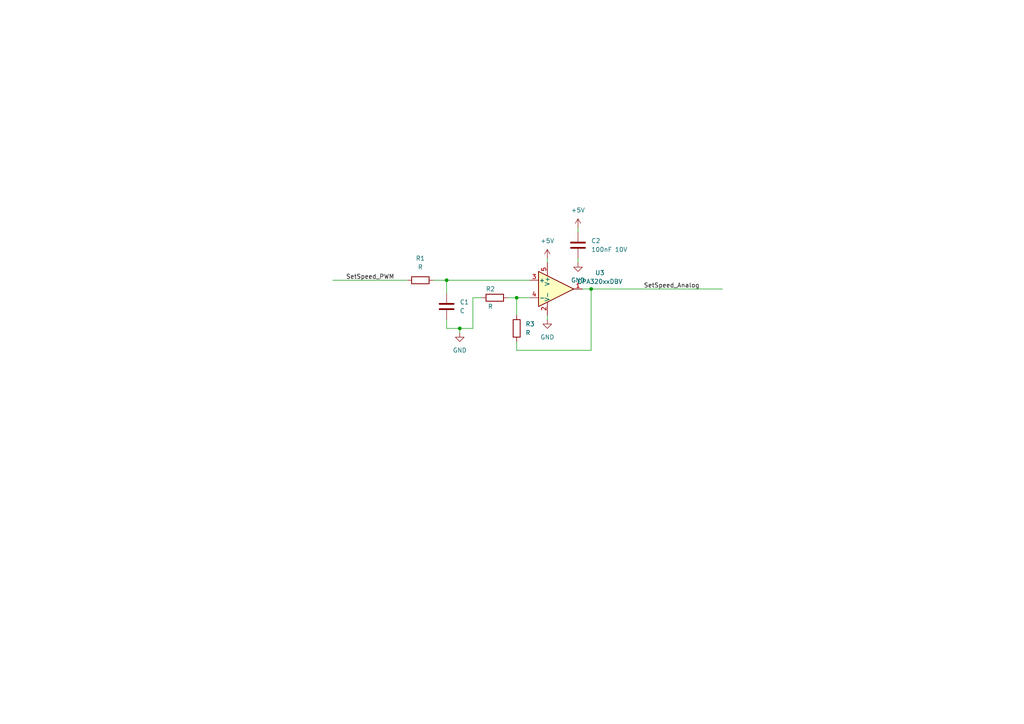
<source format=kicad_sch>
(kicad_sch (version 20211123) (generator eeschema)
  (paper "A4")
  (lib_symbols
    (symbol "Amplifier_Operational:OPA330xxDBV" (pin_names (offset 0.127))
      (property "Reference" "U" (at -1.27 6.35 0))
      (property "Value" "OPA330xxDBV" (at -1.27 3.81 0))
      (symbol "OPA330xxDBV_0_1"
        (polyline (pts (xy -5.08 5.08) (xy 5.08 0) (xy -5.08 -5.08) (xy -5.08 5.08)) (stroke (width 0.254)) (fill (type background)))
        (pin power_in line (at -2.54 -7.62 90) (length 3.81) (name "V-") (number "2"))
        (pin power_in line (at -2.54 7.62 270) (length 3.81) (name "V+") (number "5"))
      )
      (symbol "OPA330xxDBV_1_1"
        (pin output line (at 7.62 0 180) (length 2.54) (name "~") (number "1"))
        (pin input line (at -7.62 2.54 0) (length 2.54) (name "+") (number "3"))
        (pin input line (at -7.62 -2.54 0) (length 2.54) (name "-") (number "4"))
      )
    )
    (symbol "Device:C" (pin_numbers hide) (pin_names (offset 0.254))
      (property "Reference" "C" (at 0.635 2.54 0))
      (property "Value" "C" (at 0.635 -2.54 0))
      (symbol "C_0_1"
        (polyline (pts (xy -2.032 -0.762) (xy 2.032 -0.762)) (stroke (width 0.508)))
        (polyline (pts (xy -2.032 0.762) (xy 2.032 0.762)) (stroke (width 0.508)))
      )
      (symbol "C_1_1"
        (pin passive line (at 0 3.81 270) (length 2.794) (name "~") (number "1"))
        (pin passive line (at 0 -3.81 90) (length 2.794) (name "~") (number "2"))
      )
    )
    (symbol "Device:R" (pin_numbers hide) (pin_names (offset 0))
      (property "Reference" "R" (at 2.032 0 90))
      (property "Value" "R" (at 0 0 90))
      (symbol "R_0_1"
        (rectangle (start -1.016 -2.54) (end 1.016 2.54) (stroke (width 0.254)))
      )
      (symbol "R_1_1"
        (pin passive line (at 0 3.81 270) (length 1.27) (name "~") (number "1"))
        (pin passive line (at 0 -3.81 90) (length 1.27) (name "~") (number "2"))
      )
    )
    (symbol "power:+5V" (power) (pin_names (offset 0))
      (property "Value" "+5V" (at 0 3.556 0))
      (symbol "+5V_0_1"
        (polyline (pts (xy -0.762 1.27) (xy 0 2.54)))
        (polyline (pts (xy 0 0) (xy 0 2.54)))
        (polyline (pts (xy 0 2.54) (xy 0.762 1.27)))
      )
      (symbol "+5V_1_1"
        (pin power_in line (at 0 0 90) (length 0) hide (name "+5V") (number "1"))
      )
    )
    (symbol "power:GND" (power) (pin_names (offset 0))
      (property "Value" "GND" (at 0 -3.81 0))
      (symbol "GND_0_1"
        (polyline (pts (xy 0 0) (xy 0 -1.27) (xy 1.27 -1.27) (xy 0 -2.54) (xy -1.27 -1.27) (xy 0 -1.27)))
      )
      (symbol "GND_1_1"
        (pin power_in line (at 0 0 270) (length 0) hide (name "GND") (number "1"))
      )
    )
  )
  (junction (at 129.54 81.28))
  (junction (at 133.35 95.25))
  (junction (at 149.86 86.36))
  (junction (at 171.45 83.82))
  (wire (pts (xy 129.54 95.25) (xy 133.35 95.25)))
  (wire (pts (xy 149.86 99.06) (xy 149.86 101.6)))
  (wire (pts (xy 158.75 74.93) (xy 158.75 76.2)))
  (wire (pts (xy 149.86 101.6) (xy 171.45 101.6)))
  (wire (pts (xy 129.54 81.28) (xy 129.54 85.09)))
  (wire (pts (xy 167.64 66.04) (xy 167.64 67.31)))
  (wire (pts (xy 129.54 92.71) (xy 129.54 95.25)))
  (wire (pts (xy 96.52 81.28) (xy 118.11 81.28)))
  (wire (pts (xy 167.64 74.93) (xy 167.64 76.2)))
  (wire (pts (xy 149.86 86.36) (xy 149.86 91.44)))
  (wire (pts (xy 171.45 101.6) (xy 171.45 83.82)))
  (wire (pts (xy 147.32 86.36) (xy 149.86 86.36)))
  (wire (pts (xy 129.54 81.28) (xy 153.67 81.28)))
  (wire (pts (xy 168.91 83.82) (xy 171.45 83.82)))
  (wire (pts (xy 133.35 95.25) (xy 133.35 96.52)))
  (wire (pts (xy 137.16 86.36) (xy 137.16 95.25)))
  (wire (pts (xy 139.7 86.36) (xy 137.16 86.36)))
  (wire (pts (xy 149.86 86.36) (xy 153.67 86.36)))
  (wire (pts (xy 133.35 95.25) (xy 137.16 95.25)))
  (wire (pts (xy 125.73 81.28) (xy 129.54 81.28)))
  (wire (pts (xy 158.75 91.44) (xy 158.75 92.71)))
  (wire (pts (xy 171.45 83.82) (xy 209.55 83.82)))
  (label "SetSpeed_PWM" (at 100.33 81.28 0))
  (label "SetSpeed_Analog" (at 186.69 83.82 0))
  (symbol (lib_id "power:GND") (at 158.75 92.71 0) (unit 1)
    (property "Reference" "#PWR0104" (effects hide))
    (property "Value" "GND" (at 158.75 97.79 0))
  )
  (symbol (lib_id "Device:R") (at 143.51 86.36 90) (unit 1)
    (property "Reference" "R2" (at 142.24 83.82 90))
    (property "Value" "R" (at 142.24 88.9 90))
    (property "Footprint" "Resistor_SMD:R_0603_1608Metric" (effects hide))
  )
  (symbol (lib_id "power:GND") (at 133.35 96.52 0) (unit 1)
    (property "Reference" "#PWR0105" (effects hide))
    (property "Value" "GND" (at 133.35 101.6 0))
  )
  (symbol (lib_id "Amplifier_Operational:OPA330xxDBV") (at 161.29 83.82 0) (unit 1)
    (property "Reference" "U3" (at 173.99 79.121 0))
    (property "Value" "OPA320xxDBV" (at 173.99 81.661 0))
    (property "Footprint" "Package_TO_SOT_SMD:SOT-23-5" (effects hide))
    (property "Datasheet" "http://www.ti.com/lit/ds/symlink/opa330.pdf" (effects hide))
  )
  (symbol (lib_id "Device:C") (at 129.54 88.9 0) (unit 1)
    (property "Reference" "C1" (at 133.35 87.6299 0) (effects (justify left)))
    (property "Value" "C" (at 133.35 90.1699 0) (effects (justify left)))
    (property "Footprint" "Capacitor_SMD:C_0603_1608Metric" (effects hide))
  )
  (symbol (lib_id "power:GND") (at 167.64 76.2 0) (unit 1)
    (property "Reference" "#PWR0107" (effects hide))
    (property "Value" "GND" (at 167.64 81.28 0))
  )
  (symbol (lib_id "power:+5V") (at 158.75 74.93 0) (unit 1)
    (property "Reference" "#PWR0106" (effects hide))
    (property "Value" "+5V" (at 158.75 69.85 0))
  )
  (symbol (lib_id "Device:R") (at 149.86 95.25 180) (unit 1)
    (property "Reference" "R3" (at 152.4 93.9799 0) (effects (justify right)))
    (property "Value" "R" (at 152.4 96.5199 0) (effects (justify right)))
    (property "Footprint" "Resistor_SMD:R_0603_1608Metric" (effects hide))
  )
  (symbol (lib_id "power:+5V") (at 167.64 66.04 0) (unit 1)
    (property "Reference" "#PWR0108" (effects hide))
    (property "Value" "+5V" (at 167.64 60.96 0))
  )
  (symbol (lib_id "Device:C") (at 167.64 71.12 0) (unit 1)
    (property "Reference" "C2" (at 171.45 69.8499 0) (effects (justify left)))
    (property "Value" "100nF 10V" (at 171.45 72.3899 0) (effects (justify left)))
    (property "Footprint" "Capacitor_SMD:C_0603_1608Metric" (effects hide))
  )
  (symbol (lib_id "Device:R") (at 121.92 81.28 90) (unit 1)
    (property "Reference" "R1" (at 121.92 74.93 90))
    (property "Value" "R" (at 121.92 77.47 90))
    (property "Footprint" "Resistor_SMD:R_0603_1608Metric" (effects hide))
  )
)
</source>
